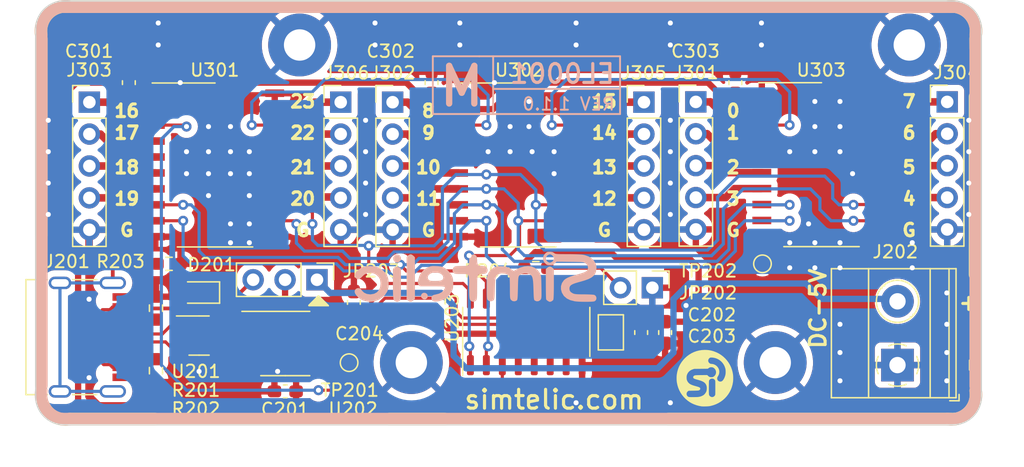
<source format=kicad_pcb>
(kicad_pcb (version 20221018) (generator pcbnew)
  (title_block (title "24-Channel USB Relay Driver") (date "2023-02-08") (rev "1.1.0") (company "simtelic.com") (comment 1 "https://gitlab.com/simtelic/el0001-24ch-usb-relay-driver") (comment 2 "EL0001"))
  (layers (0 "F.Cu" signal) (31 "B.Cu" signal) (34 "B.Paste" user) (35 "F.Paste" user) (36 "B.SilkS" user "B.Silkscreen") (37 "F.SilkS" user "F.Silkscreen") (38 "B.Mask" user) (39 "F.Mask" user) (44 "Edge.Cuts" user))
  (net 0 "")
  (net 1 "+5V")
  (net 2 "GND")
  (net 3 "Net-(U202-V3)")
  (net 4 "VBUS")
  (net 5 "Net-(D201-A)")
  (net 6 "Net-(J201-CC1)")
  (net 7 "Net-(J201-D+-PadA6)")
  (net 8 "Net-(J201-D--PadA7)")
  (net 10 "Net-(J201-CC2)")
  (net 12 "Net-(J201-SHIELD)")
  (net 13 "Net-(J202-Pin_2)")
  (net 14 "/output-stage/RLY0")
  (net 15 "/output-stage/RLY1")
  (net 16 "/output-stage/RLY2")
  (net 17 "/output-stage/RLY3")
  (net 18 "/output-stage/RLY8")
  (net 19 "/output-stage/RLY9")
  (net 20 "/output-stage/RLY10")
  (net 21 "/output-stage/RLY11")
  (net 22 "/output-stage/RLY16")
  (net 23 "/output-stage/RLY17")
  (net 24 "/output-stage/RLY18")
  (net 25 "/output-stage/RLY19")
  (net 26 "/output-stage/RLY4")
  (net 27 "/output-stage/RLY5")
  (net 28 "/output-stage/RLY6")
  (net 29 "/output-stage/RLY7")
  (net 30 "/output-stage/RLY12")
  (net 31 "/output-stage/RLY13")
  (net 32 "/output-stage/RLY14")
  (net 33 "/output-stage/RLY15")
  (net 34 "/output-stage/RLY20")
  (net 35 "/output-stage/RLY21")
  (net 36 "/output-stage/RLY22")
  (net 37 "/output-stage/RLY23")
  (net 38 "Net-(JP201-A)")
  (net 39 "Net-(JP202-B)")
  (net 40 "USB-D+")
  (net 41 "USB-D-")
  (net 43 "Net-(U202-TxD)")
  (net 44 "Net-(U202-RxD)")
  (net 45 "/output-stage/LATCH-CLK")
  (net 46 "/output-stage/OUT-ENABLE")
  (net 47 "/control-mod/SHIFT-DATA")
  (net 54 "/output-stage/RESET")
  (net 55 "/output-stage/SHIFT-CLK")
  (net 56 "Net-(U301-SEROUT)")
  (net 57 "Net-(U302-SEROUT)")
  (footprint "Capacitor_SMD:C_0603_1608Metric_Pad1.08x0.95mm_HandSolder" (layer "F.Cu") (at 139.319 94.0065 90)
    (fp_text reference "C204")
    (fp_text value "0.1MFD/16V")
  )
  (footprint "Capacitor_SMD:C_0603_1608Metric_Pad1.08x0.95mm_HandSolder" (layer "F.Cu") (at 169.672 76.5 90)
    (fp_text reference "C303")
    (fp_text value "0.1MFD/16V")
  )
  (footprint "MountingHole:MountingHole_2.5mm_Pad" (layer "F.Cu") (at 172.847 98.8)
    (fp_text reference "H103" hide)
    (fp_text value "M2.5")
  )
  (footprint "Resistor_SMD:R_0603_1608Metric_Pad0.98x0.95mm_HandSolder" (layer "F.Cu") (at 123.571 94.4645 -90)
    (fp_text reference "R201")
    (fp_text value "5.1K")
  )
  (footprint "Connector_PinHeader_2.54mm:PinHeader_1x05_P2.54mm_Vertical" (layer "F.Cu") (at 142.4 78.058)
    (fp_text reference "J302")
    (fp_text value "2.54mm  5-pin")
  )
  (footprint "Package_SO:SOP-8_3.9x4.9mm_P1.27mm" (layer "F.Cu") (at 133.858 97.282)
    (fp_text reference "U202")
    (fp_text value "CH340N")
  )
  (footprint "Connector_PinHeader_2.54mm:PinHeader_1x05_P2.54mm_Vertical" (layer "F.Cu") (at 118.27 78.058)
    (fp_text reference "J303")
    (fp_text value "2.54mm  5-pin")
  )
  (footprint "Package_SO:SO-20_12.8x7.5mm_P1.27mm" (layer "F.Cu") (at 152.4 83.058)
    (fp_text reference "U302")
    (fp_text value "TPIC6B595")
  )
  (footprint "Capacitor_SMD:C_0603_1608Metric_Pad1.08x0.95mm_HandSolder" (layer "F.Cu") (at 133.858 101.092 180)
    (fp_text reference "C201")
    (fp_text value "0.1MFD/16V")
  )
  (footprint "Connector_PinHeader_2.54mm:PinHeader_1x05_P2.54mm_Vertical" (layer "F.Cu") (at 162.4 78.058)
    (fp_text reference "J305")
    (fp_text value "2.54mm  5-pin")
  )
  (footprint "Connector_PinHeader_2.54mm:PinHeader_1x05_P2.54mm_Vertical" (layer "F.Cu") (at 138.27 78.058)
    (fp_text reference "J306")
    (fp_text value "2.54mm  5-pin")
  )
  (footprint "Diode_SMD:D_SOD-323" (layer "F.Cu") (at 127.133 93.218 180)
    (fp_text reference "D201")
    (fp_text value "BAT60A")
  )
  (footprint "Package_TO_SOT_SMD:SOT-23-6" (layer "F.Cu") (at 127 96.647)
    (fp_text reference "U201")
    (fp_text value "USBLC6-2SC6")
  )
  (footprint "Connector_PinHeader_2.54mm:PinHeader_1x05_P2.54mm_Vertical" (layer "F.Cu") (at 186.53 78.0338)
    (fp_text reference "J304")
    (fp_text value "2.54mm  5-pin")
  )
  (footprint "MountingHole:MountingHole_2.5mm_Pad" (layer "F.Cu") (at 183.515 73.5)
    (fp_text reference "H102" hide)
    (fp_text value "M2.5")
  )
  (footprint "MountingHole:MountingHole_2.5mm_Pad" (layer "F.Cu") (at 135 73.5)
    (fp_text reference "H104" hide)
    (fp_text value "M2.5")
  )
  (footprint "Package_SO:STC_SOP-16_3.9x9.9mm_P1.27mm" (layer "F.Cu") (at 153.035 96.356 90)
    (fp_text reference "U203")
    (fp_text value "STC15W204S")
  )
  (footprint "Resistor_SMD:R_0603_1608Metric_Pad0.98x0.95mm_HandSolder" (layer "F.Cu") (at 124.6105 90.932 180)
    (fp_text reference "R203")
    (fp_text value "150K")
  )
  (footprint "TestPoint:TestPoint_Pad_D1.0mm" (layer "F.Cu") (at 171.831 90.932)
    (fp_text reference "TP202")
    (fp_text value "SMD-TP")
  )
  (footprint "simtelic:simtelic-5" (layer "F.Cu") (at 167.25 100)
    (fp_text reference "LG101" hide)
    (fp_text value "LOGO" hide)
  )
  (footprint "Capacitor_SMD:C_0603_1608Metric_Pad1.08x0.95mm_HandSolder" (layer "F.Cu") (at 162.179 96.4068 -90)
    (fp_text reference "C202")
    (fp_text value "0.1MFD/16V")
  )
  (footprint "TerminalBlock_Phoenix:TerminalBlock_Phoenix_MKDS-1,5-2-5.08_1x02_P5.08mm_Horizontal" (layer "F.Cu") (at 182.575001 99 90)
    (fp_text reference "J202")
    (fp_text value "5mm Screw Terminal 2-pin")
  )
  (footprint "Resistor_SMD:R_0603_1608Metric_Pad0.98x0.95mm_HandSolder" (layer "F.Cu") (at 123.571 99.441 90)
    (fp_text reference "R202")
    (fp_text value "5.1K")
  )
  (footprint "TestPoint:TestPoint_Pad_D1.0mm" (layer "F.Cu") (at 138.938 98.806)
    (fp_text reference "TP201")
    (fp_text value "SMD-TP")
  )
  (footprint "Capacitor_SMD:C_0603_1608Metric_Pad1.08x0.95mm_HandSolder" (layer "F.Cu") (at 164.084 96.4068 -90)
    (fp_text reference "C203")
    (fp_text value "1MFD/16V")
  )
  (footprint "Jumper:SolderJumper-2_P1.3mm_Open_TrianglePad1.0x1.5mm" (layer "F.Cu") (at 159.766 96.393 90)
    (fp_text reference "JP201" hide)
    (fp_text value "SMD-Bridge")
  )
  (footprint "Connector_PinHeader_2.54mm:PinHeader_1x05_P2.54mm_Vertical" (layer "F.Cu") (at 166.53 78.0338)
    (fp_text reference "J301")
    (fp_text value "2.54mm  5-pin")
  )
  (footprint "Connector_PinHeader_2.54mm:PinHeader_1x02_P2.54mm_Vertical" (layer "F.Cu") (at 163.068 92.837 -90)
    (fp_text reference "JP202")
    (fp_text value "2.54mm 2-pin")
  )
  (footprint "Package_SO:SO-20_12.8x7.5mm_P1.27mm" (layer "F.Cu") (at 128.27 83.058)
    (fp_text reference "U301")
    (fp_text value "TPIC6B595")
  )
  (footprint "Resistor_SMD:R_0603_1608Metric_Pad0.98x0.95mm_HandSolder" (layer "F.Cu") (at 153.797 91.276)
    (fp_text reference "R204")
    (fp_text value "22K")
  )
  (footprint "Package_SO:SO-20_12.8x7.5mm_P1.27mm" (layer "F.Cu") (at 176.53 83.0338)
    (fp_text reference "U303")
    (fp_text value "TPIC6B595")
  )
  (footprint "Capacitor_SMD:C_0603_1608Metric_Pad1.08x0.95mm_HandSolder" (layer "F.Cu") (at 121.412 76.5 90)
    (fp_text reference "C301")
    (fp_text value "0.1MFD/16V")
  )
  (footprint "Connector_PinHeader_2.54mm:PinHeader_1x03_P2.54mm_Vertical" (layer "F.Cu") (at 136.383 92.202 -90)
    (fp_text reference "JP203")
    (fp_text value "2.54mm 3-pin")
  )
  (footprint "MountingHole:MountingHole_2.5mm_Pad" (layer "F.Cu") (at 143.891 98.8)
    (fp_text reference "H101" hide)
    (fp_text value "M2.5")
  )
  (footprint "Capacitor_SMD:C_0603_1608Metric_Pad1.08x0.95mm_HandSolder" (layer "F.Cu") (at 145.5 76.5 90)
    (fp_text reference "C302")
    (fp_text value "0.1MFD/16V")
  )
  (footprint "Connector_USB:USB_C_Receptacle_G-Switch_GT-USB-7010ASV" (layer "F.Cu") (at 117.007 96.774 -90)
    (fp_text reference "J201")
    (fp_text value "USB_C_Receptacle_USB2.0")
  )
  (footprint "simtelic:simtelic-name-5" (layer "B.Cu") (at 149 92 180)
    (fp_text reference "LG102" hide)
    (fp_text value "LOGO" hide)
  )
  (gr_arc (start 114.44099 72.69099) (mid 114.993086 70.993086) (end 116.69099 70.44099) (stroke (width 1)) (layer "B.SilkS"))
  (gr_arc (start 188.8 101.05) (mid 188.247907 102.747907) (end 186.55 103.3) (stroke (width 1)) (layer "B.SilkS"))
  (gr_line (start 150.4 74.4) (end 150.4 79) (stroke (width 0.15)) (layer "B.SilkS"))
  (gr_line (start 160.5 74.4) (end 160.5 79) (stroke (width 0.15)) (layer "B.SilkS"))
  (gr_line (start 160.5 77) (end 150.4 77) (stroke (width 0.15)) (layer "B.SilkS"))
  (gr_line (start 149.3 74.4) (end 160.5 74.4) (stroke (width 0.15)) (layer "B.SilkS"))
  (gr_line (start 116.25 70.45) (end 186.95 70.45) (stroke (width 1)) (layer "B.SilkS"))
  (gr_arc (start 116.697907 103.302093) (mid 115 102.75) (end 114.447907 101.052093) (stroke (width 1)) (layer "B.SilkS"))
  (gr_line (start 114.45 72.975) (end 114.45 100.65) (stroke (width 1)) (layer "B.SilkS"))
  (gr_line (start 160.5 79) (end 145.6 79) (stroke (width 0.15)) (layer "B.SilkS"))
  (gr_line (start 188.8 73) (end 188.8 100.675) (stroke (width 1)) (layer "B.SilkS"))
  (gr_arc (start 186.552096 70.447904) (mid 188.250003 70.999997) (end 188.802096 72.697904) (stroke (width 1)) (layer "B.SilkS"))
  (gr_line (start 145.6 79) (end 145.6 74.4) (stroke (width 0.15)) (layer "B.SilkS"))
  (gr_line (start 116.1 103.3) (end 186.8 103.3) (stroke (width 1)) (layer "B.SilkS"))
  (gr_line (start 145.6 74.4) (end 149.3 74.4) (stroke (width 0.15)) (layer "B.SilkS"))
  (gr_arc (start 188.795179 101.052093) (mid 188.243086 102.75) (end 186.545179 103.302093) (stroke (width 1)) (layer "F.SilkS"))
  (gr_line (start 142.15 103.3) (end 146.55 103.3) (stroke (width 1)) (layer "F.SilkS"))
  (gr_arc (start 114.44099 72.697904) (mid 114.993083 70.999997) (end 116.69099 70.447904) (stroke (width 1)) (layer "F.SilkS"))
  (gr_arc (start 186.552096 70.447907) (mid 188.250003 71) (end 188.802096 72.697907) (stroke (width 1)) (layer "F.SilkS"))
  (gr_line (start 188.75 91.8) (end 188.75 77.6) (stroke (width 1)) (layer "F.SilkS"))
  (gr_line (start 188.8 73.8) (end 188.793086 72.975) (stroke (width 1)) (layer "F.SilkS"))
  (gr_line (start 116.8 103.3) (end 123.5 103.3) (stroke (width 1)) (layer "F.SilkS"))
  (gr_line (start 116.293086 70.45) (end 186.993086 70.45) (stroke (width 1)) (layer "F.SilkS"))
  (gr_line (start 164.35 103.3) (end 187.143086 103.3) (stroke (width 1)) (layer "F.SilkS"))
  (gr_poly (pts (xy 137.25 94.25) (xy 135.75 94.25) (xy 136.5 93.5)) (stroke (width 0.15)) (fill solid) (layer "F.SilkS"))
  (gr_arc (start 116.693086 103.3) (mid 115.482672 103.120968) (end 114.65 102.25) (stroke (width 1)) (layer "F.SilkS"))
  (gr_line (start 114.443086 88.7) (end 114.443086 73) (stroke (width 1)) (layer "F.SilkS"))
  (gr_line (start 187 103.75) (end 116.25 103.75) (stroke (width 0.1)) (layer "Edge.Cuts"))
  (gr_line (start 116.25 70) (end 187 70) (stroke (width 0.1)) (layer "Edge.Cuts"))
  (gr_arc (start 187 70) (mid 188.59099 70.65901) (end 189.25 72.25) (stroke (width 0.1)) (layer "Edge.Cuts"))
  (gr_line (start 114 101.5) (end 114 72.25) (stroke (width 0.1)) (layer "Edge.Cuts"))
  (gr_arc (start 189.25 101.5) (mid 188.59099 103.09099) (end 187 103.75) (stroke (width 0.1)) (layer "Edge.Cuts"))
  (gr_line (start 189.25 72.25) (end 189.25 101.5) (stroke (width 0.1)) (layer "Edge.Cuts"))
  (gr_arc (start 114 72.25) (mid 114.65901 70.65901) (end 116.25 70) (stroke (width 0.1)) (layer "Edge.Cuts"))
  (gr_arc (start 116.25 103.75) (mid 114.65901 103.09099) (end 114 101.5) (stroke (width 0.1)) (layer "Edge.Cuts"))
  (gr_text "EL0001" (at 155.9 75.8) (layer "B.SilkS") (effects (font (size 1.5 1.5) (thickness 0.25)) (justify mirror)))
  (gr_text "REV 1.1.0" (at 156.4 78.2) (layer "B.SilkS") (effects (font (size 1 1)) (justify mirror)))
  (gr_text "M" (at 147.9 76.8) (layer "B.SilkS") (effects (font (size 3 3) (thickness 0.5)) (justify mirror)))
  (gr_text "G" (at 169.5 88.25) (layer "F.SilkS") (effects (font (size 1 1) (thickness 0.25))))
  (gr_text "G" (at 183.5 88.25) (layer "F.SilkS") (effects (font (size 1 1) (thickness 0.25))))
  (gr_text "6" (at 183.5 80.5) (layer "F.SilkS") (effects (font (size 1 1) (thickness 0.25))))
  (gr_text "17" (at 121.25 80.5) (layer "F.SilkS") (effects (font (size 1 1) (thickness 0.25))))
  (gr_text "21" (at 135.25 83.25) (layer "F.SilkS") (effects (font (size 1 1) (thickness 0.25))))
  (gr_text "8" (at 145.25 78.75) (layer "F.SilkS") (effects (font (size 1 1) (thickness 0.25))))
  (gr_text "10" (at 145.25 83.25) (layer "F.SilkS") (effects (font (size 1 1) (thickness 0.25))))
  (gr_text "23" (at 135.25 78) (layer "F.SilkS") (effects (font (size 1 1) (thickness 0.25))))
  (gr_text "0" (at 169.5 78.75) (layer "F.SilkS") (effects (font (size 1 1) (thickness 0.25))))
  (gr_text "G" (at 145.25 88.25) (layer "F.SilkS") (effects (font (size 1 1) (thickness 0.25))))
  (gr_text "4" (at 183.5 85.75) (layer "F.SilkS") (effects (font (size 1 1) (thickness 0.25))))
  (gr_text "14" (at 159.25 80.5) (layer "F.SilkS") (effects (font (size 1 1) (thickness 0.25))))
  (gr_text "3" (at 169.5 85.75) (layer "F.SilkS") (effects (font (size 1 1) (thickness 0.25))))
  (gr_text "13" (at 159.25 83.25) (layer "F.SilkS") (effects (font (size 1 1) (thickness 0.25))))
  (gr_text "G" (at 121.25 88.25) (layer "F.SilkS") (effects (font (size 1 1) (thickness 0.25))))
  (gr_text "9" (at 145.25 80.5) (layer "F.SilkS") (effects (font (size 1 1) (thickness 0.25))))
  (gr_text "G" (at 159.25 88.25) (layer "F.SilkS") (effects (font (size 1 1) (thickness 0.25))))
  (gr_text "-" (at 188.25 99 90) (layer "F.SilkS") (effects (font (size 1 1))))
  (gr_text "19" (at 121.25 85.75) (layer "F.SilkS") (effects (font (size 1 1) (thickness 0.25))))
  (gr_text "+" (at 188.25 94) (layer "F.SilkS") (effects (font (size 1.25 1.25) (thickness 0.25))))
  (gr_text "7" (at 183.5 78) (layer "F.SilkS") (effects (font (size 1 1) (thickness 0.25))))
  (gr_text "2" (at 169.5 83.25) (layer "F.SilkS") (effects (font (size 1 1) (thickness 0.25))))
  (gr_text "22" (at 135.25 80.5) (layer "F.SilkS") (effects (font (size 1 1) (thickness 0.25))))
  (gr_text "G" (at 135.25 88.25) (layer "F.SilkS") (effects (font (size 1 1) (thickness 0.25))))
  (gr_text "18" (at 121.25 83.25) (layer "F.SilkS") (effects (font (size 1 1) (thickness 0.25))))
  (gr_text "DC-5V" (at 176.25 94.5 90) (layer "F.SilkS") (effects (font (size 1.25 1.25) (thickness 0.25))))
  (gr_text "16" (at 121.25 78.75) (layer "F.SilkS") (effects (font (size 1 1) (thickness 0.25))))
  (gr_text "15" (at 159.25 78) (layer "F.SilkS") (effects (font (size 1 1) (thickness 0.25))))
  (gr_text "20" (at 135.25 85.75) (layer "F.SilkS") (effects (font (size 1 1) (thickness 0.25))))
  (gr_text "11" (at 145.25 85.75) (layer "F.SilkS") (effects (font (size 1 1) (thickness 0.25))))
  (gr_text "5" (at 183.5 83.25) (layer "F.SilkS") (effects (font (size 1 1) (thickness 0.25))))
  (gr_text "12" (at 159.25 85.75) (layer "F.SilkS") (effects (font (size 1 1) (thickness 0.25))))
  (gr_text "simtelic.com" (at 155.25 101.75) (layer "F.SilkS") (effects (font (size 1.5 1.5) (thickness 0.25))))
  (gr_text "1" (at 169.5 80.5) (layer "F.SilkS") (effects (font (size 1 1) (thickness 0.25))))
  (segment (start 166.75 91.25) (end 166.75 95) (width 0.5) (layer "F.Cu") (net 1))
  (segment (start 123.52 78.613) (end 125.887 78.613) (width 0.5) (layer "F.Cu") (net 1))
  (segment (start 136.387 99.091) (end 136.483 99.187) (width 0.3) (layer "F.Cu") (net 1))
  (segment (start 147.25 96.5) (end 157.754 96.5) (width 0.5) (layer "F.Cu") (net 1))
  (segment (start 152.8845 90.8655) (end 153.75 90) (width 0.5) (layer "F.Cu") (net 1))
  (segment (start 116.25 89.5) (end 116.25 89.25) (width 0.25) (layer "F.Cu") (net 1))
  (segment (start 152.75 76.5) (end 167.5 76.5) (width 0.5) (layer "F.Cu") (net 1))
  (segment (start 123.25 103) (end 118.5 103) (width 0.5) (layer "F.Cu") (net 1))
  (segment (start 162.179 95.5443) (end 159.8897 95.5443) (width 0.25) (layer "F.Cu") (net 1))
  (segment (start 123.52 78.613) (end 122.6625 78.613) (width 0.5) (layer "F.Cu") (net 1))
  (segment (start 147.65 78.613) (end 146.7505 78.613) (width 0.5) (layer "F.Cu") (net 1))
  (segment (start 138.557 99.187) (end 138.938 98.806) (width 0.5) (layer "F.Cu") (net 1))
  (segment (start 168.3625 77.3625) (end 169.672 77.3625) (width 0.5) (layer "F.Cu") (net 1))
  (segment (start 134.7205 101.092) (end 134.7205 99.7215) (width 0.5) (layer "F.Cu") (net 1))
  (segment (start 134.7205 99.7215) (end 135.255 99.187) (width 0.5) (layer "F.Cu") (net 1))
  (segment (start 123.75 102.5) (end 123.25 103) (width 0.5) (layer "F.Cu") (net 1))
  (segment (start 152.5 76.5) (end 152.75 76.5) (width 0.25) (layer "F.Cu") (net 1))
  (segment (start 117.25 76.5) (end 117.5 76.5) (width 0.25) (layer "F.Cu") (net 1))
  (segment (start 164.084 95.5443) (end 162.179 95.5443) (width 0.25) (layer "F.Cu") (net 1))
  (segment (start 171.78 78.5888) (end 170.8983 78.5888) (width 0.5) (layer "F.Cu") (net 1))
  (segment (start 152.8845 91.276) (end 152.8845 90.8655) (width 0.5) (layer "F.Cu") (net 1))
  (segment (start 166 90.5) (end 166.75 91.25) (width 0.5) (layer "F.Cu") (net 1))
  (segment (start 158.586 95.668) (end 159.766 95.668) (width 0.5) (layer "F.Cu") (net 1))
  (segment (start 122.6625 78.613) (end 121.412 77.3625) (width 0.5) (layer "F.Cu") (net 1))
  (segment (start 133.843 97.775) (end 135.159 99.091) (width 0.5) (layer "F.Cu") (net 1))
  (segment (start 116.25 77.5) (end 117.25 76.5) (width 0.5) (layer "F.Cu") (net 1))
  (segment (start 134.7205 101.7795) (end 134 102.5) (width 0.5) (layer "F.Cu") (net 1))
  (segment (start 134.7205 101.092) (end 134.7205 101.7795) (width 0.5) (layer "F.Cu") (net 1))
  (segment (start 146.127 95.377) (end 147.25 96.5) (width 0.5) (layer "F.Cu") (net 1))
  (segment (start 146.7505 78.613) (end 145.5 77.3625) (width 0.5) (layer "F.Cu") (net 1))
  (segment (start 144.3625 77.3625) (end 145.5 77.3625) (width 0.5) (layer "F.Cu") (net 1))
  (segment (start 117.5 76.5) (end 120.5495 76.5) (width 0.5) (layer "F.Cu") (net 1))
  (segment (start 163.9603 95.668) (end 164.084 95.5443) (width 0.5) (layer "F.Cu") (net 1))
  (segment (start 157.861 96.393) (end 155.067 96.393) (width 0.25) (layer "F.Cu") (net 1))
  (segment (start 135.255 99.187) (end 136.483 99.187) (width 0.5) (layer "F.Cu") (net 1))
  (segment (start 142.367 95.377) (end 146.127 95.377) (width 0.5) (layer "F.Cu") (net 1))
  (segment (start 135.159 99.091) (end 136.387 99.091) (width 0.3) (layer "F.Cu") (net 1))
  (segment (start 159.8897 95.5443) (end 159.766 95.668) (width 0.25) (layer "F.Cu") (net 1))
  (segment (start 166.75 95) (end 166.2057 95.5443) (width 0.5) (layer "F.Cu") (net 1))
  (segment (start 143.5 76.5) (end 144.25 77.25) (width 0.5) (layer "F.Cu") (net 1))
  (segment (start 166.2057 95.5443) (end 164.084 95.5443) (width 0.5) (layer "F.Cu") (net 1))
  (segment (start 134 102.5) (end 123.75 102.5) (width 0.5) (layer "F.Cu") (net 1))
  (segment (start 120.5495 76.5) (end 121.412 77.3625) (width 0.5) (layer "F.Cu") (net 1))
  (segment (start 157.754 96.5) (end 158.586 95.668) (width 0.5) (layer "F.Cu") (net 1))
  (segment (start 117.375 90.625) (end 116.25 89.5) (width 0.5) (layer "F.Cu") (net 1))
  (segment (start 125.887 78.613) (end 128 76.5) (width 0.5) (layer "F.Cu") (net 1))
  (segment (start 118.5 103) (end 117.375 101.875) (width 0.5) (layer "F.Cu") (net 1))
  (segment (start 159.766 95.668) (end 163.9603 95.668) (width 0.5) (layer "F.Cu") (net 1))
  (segment (start 118 102.5) (end 117.375 101.875) (width 0.25) (layer "F.Cu") (net 1))
  (segment (start 160.25 90.5) (end 166 90.5) (width 0.5) (layer "F.Cu") (net 1))
  (segment (start 135.159 99.091) (end 135.255 99.187) (width 0.3) (layer "F.Cu") (net 1))
  (segment (start 138.938 98.806) (end 142.367 95.377) (width 0.5) (layer "F.Cu") (net 1))
  (segment (start 117.375 101.875) (end 117.375 90.625) (width 0.5) (layer "F.Cu") (net 1))
  (segment (start 146.05 95.377) (end 142.367 95.377) (width 0.25) (layer "F.Cu") (net 1))
  (segment (start 150.387 78.613) (end 152.5 76.5) (width 0.5) (layer "F.Cu") (net 1))
  (segment (start 128 76.5) (end 143.5 76.5) (width 0.5) (layer "F.Cu") (net 1))
  (segment (start 158.586 95.668) (end 157.861 96.393) (width 0.25) (layer "F.Cu") (net 1))
  (segment (start 116.25 89.25) (end 116.25 77.5) (width 0.5) (layer "F.Cu") (net 1))
  (segment (start 136.483 99.187) (end 138.557 99.187) (width 0.5) (layer "F.Cu") (net 1))
  (segment (start 153.75 90) (end 159.75 90) (width 0.5) (layer "F.Cu") (net 1))
  (segment (start 144.25 77.25) (end 144.3625 77.3625) (width 0.25) (layer "F.Cu") (net 1))
  (segment (start 147.65 78.613) (end 150.387 78.613) (width 0.5) (layer "F.Cu") (net 1))
  (segment (start 133.843 92.202) (end 133.843 97.775) (width 0.5) (layer "F.Cu") (net 1))
  (segment (start 170.8983 78.5888) (end 169.672 77.3625) (width 0.5) (layer "F.Cu") (net 1))
  (segment (start 167.5 76.5) (end 168.3625 77.3625) (width 0.5) (layer "F.Cu") (net 1))
  (segment (start 159.75 90) (end 160.25 90.5) (width 0.5) (layer "F.Cu") (net 1))
  (segment (start 182.569 98.8) (end 182.575 98.806) (width 0.5) (layer "F.Cu") (net 2))
  (segment (start 162.4 88.9) (end 162.4 88.218) (width 0.25) (layer "F.Cu") (net 2))
  (segment (start 162.179 97.2693) (end 164.084 97.2693) (width 0.5) (layer "F.Cu") (net 2))
  (segment (start 118.27 88.218) (end 118.247 88.241) (width 0.6) (layer "F.Cu") (net 2))
  (segment (start 120.754 93.552) (end 120.732 93.574) (width 0.5) (layer "F.Cu") (net 2))
  (segment (start 166.5058 88.218) (end 166.53 88.1938) (width 0.6) (layer "F.Cu") (net 2))
  (segment (start 125.8625 96.647) (end 126.492 96.647) (width 0.25) (layer "F.Cu") (net 2))
  (segment (start 169.672 75.6375) (end 169.672 75.078) (width 0.25) (layer "F.Cu") (net 2))
  (segment (start 118.247 100.003) (end 118.247 101.497) (width 0.6) (layer "F.Cu") (net 2))
  (segment (start 118.247 88.241) (end 118.247 93.753) (width 0.6) (layer "F.Cu") (net 2))
  (segment (start 127 97.155) (end 127 99.5) (width 0.25) (layer "F.Cu") (net 2))
  (segment (start 123.571 100.3535) (end 123.571 101.321) (width 0.6) (layer "F.Cu") (net 2))
  (segment (start 171.78 90.881) (end 171.831 90.932) (width 0.5) (layer "F.Cu") (net 2))
  (segment (start 169.672 75.078) (end 169.75 75) (width 0.25) (layer "F.Cu") (net 2))
  (segment (start 145.5 75.6375) (end 145.5 75) (width 0.25) (layer "F.Cu") (net 2))
  (segment (start 123.571 93.552) (end 120.754 93.552) (width 0.5) (layer "F.Cu") (net 2))
  (segment (start 118.247 101.497) (end 119 102.25) (width 0.6) (layer "F.Cu") (net 2))
  (segment (start 122.75 102.25) (end 123.571 101.429) (width 0.6) (layer "F.Cu") (net 2))
  (segment (start 123.1915 99.974) (end 123.571 100.3535) (width 0.5) (layer "F.Cu") (net 2))
  (segment (start 119 102.25) (end 122.75 102.25) (width 0.6) (layer "F.Cu") (net 2))
  (segment (start 169.594 75) (end 169.75 75) (width 0.25) (layer "F.Cu") (net 2))
  (segment (start 126.492 96.647) (end 127 97.155) (width 0.25) (layer "F.Cu") (net 2))
  (segment (start 118.247 93.753) (end 118.247 100.003) (width 0.6) (layer "F.Cu") (net 2))
  (segment (start 123.571 101.321) (end 123.571 101.429) (width 0.25) (layer "F.Cu") (net 2))
  (segment (start 145.5 75.6375) (end 145.5 74.916) (width 0.25) (layer "F.Cu") (net 2))
  (segment (start 120.732 99.974) (end 123.1915 99.974) (width 0.5) (layer "F.Cu") (net 2))
  (segment (start 127 99.5) (end 127 99.568) (width 0.25) (layer "F.Cu") (net 2))
  (via (at 164.5 102) (size 0.8) (drill 0.4) (layers "F.Cu" "B.Cu") (net 2))
  (via (at 140.25 87) (size 0.8) (drill 0.4) (layers "F.Cu" "B.Cu") (net 2))
  (via (at 183.75 89.25) (size 0.8) (drill 0.4) (layers "F.Cu" "B.Cu") (net 2))
  (via (at 123.75 71.75) (size 0.8) (drill 0.4) (layers "F.Cu" "B.Cu") (net 2))
  (via (at 174 89.25) (size 0.8) (drill 0.4) (layers "F.Cu" "B.Cu") (net 2))
  (via (at 174 82) (size 0.8) (drill 0.4) (layers "F.Cu" "B.Cu") (net 2))
  (via (at 127.75 82) (size 0.8) (drill 0.4) (layers "F.Cu" "B.Cu") (net 2))
  (via (at 186.5 98) (size 0.8) (drill 0.4) (layers "F.Cu" "B.Cu") (net 2))
  (via (at 131 87.75) (size 0.8) (drill 0.4) (layers "F.Cu" "B.Cu") (net 2))
  (via (at 164.5 71.75) (size 0.8) (drill 0.4) (layers "F.Cu" "B.Cu") (net 2))
  (via (at 183.75 91.25) (size 0.8) (drill 0.4) (layers "F.Cu" "B.Cu") (net 2))
  (via (at 178 91.25) (size 0.8) (drill 0.4) (layers "F.Cu" "B.Cu") (net 2))
  (via (at 141 71.75) (size 0.8) (drill 0.4) (layers "F.Cu" "B.Cu") (net 2))
  (via (at 153.25 80) (size 0.8) (drill 0.4) (layers "F.Cu" "B.Cu") (net 2))
  (via (at 129.5 89.25) (size 0.8) (drill 0.4) (layers "F.Cu" "B.Cu") (net 2))
  (via (at 127.75 80) (size 0.8) (drill 0.4) (layers "F.Cu" "B.Cu") (net 2))
  (via (at 186.5 95.75) (size 0.8) (drill 0.4) (layers "F.Cu" "B.Cu") (net 2))
  (via (at 178 78) (size 0.8) (drill 0.4) (layers "F.Cu" "B.Cu") (net 2))
  (via (at 164.5 82) (size 0.8) (drill 0.4) (layers "F.Cu" "B.Cu") (net 2))
  (via (at 129.5 83.75) (size 0.8) (drill 0.4) (layers "F.Cu" "B.Cu") (net 2))
  (via (at 164.5 73.5) (size 0.8) (drill 0.4) (layers "F.Cu" "B.Cu") (net 2))
  (via (at 188.25 84.5) (size 0.8) (drill 0.4) (layers "F.Cu" "B.Cu") (net 2))
  (via (at 115 87) (size 0.8) (drill 0.4) (layers "F.Cu" "B.Cu") (net 2))
  (via (at 151.75 80) (size 0.8) (drill 0.4) (layers "F.Cu" "B.Cu") (net 2))
  (via (at 176 91.25) (size 0.8) (drill 0.4) (layers "F.Cu" "B.Cu") (net 2))
  (via (at 175.5 87.75) (size 0.8) (drill 0.4) (layers "F.Cu" "B.Cu") (net 2))
  (via (at 131 85.5) (size 0.8) (drill 0.4) (layers "F.Cu" "B.Cu") (net 2))
  (via (at 157 73.5) (size 0.8) (drill 0.4) (layers "F.Cu" "B.Cu") (net 2))
  (via (at 150.5 76.5) (size 0.8) (drill 0.4) (layers "F.Cu" "B.Cu") (net 2))
  (via (at 147.75 71.75) (size 0.8) (drill 0.4) (layers "F.Cu" "B.Cu") (net 2))
  (via (at 127 99.5) (size 0.8) (drill 0.4) (layers "F.Cu" "B.Cu") (net 2))
  (via (at 155.25 82) (size 0.8) (drill 0.4) (layers "F.Cu" "B.Cu") (net 2))
  (via (at 153.25 78) (size 0.8) (drill 0.4) (layers "F.Cu" "B.Cu") (net 2))
  (via (at 131 89.25) (size 0.8) (drill 0.4) (layers "F.Cu" "B.Cu") (net 2))
  (via (at 178 82) (size 0.8) (drill 0.4) (layers "F.Cu" "B.Cu") (net 2))
  (via (at 126 82) (size 0.8) (drill 0.4) (layers "F.Cu" "B.Cu") (net 2))
  (via (at 186.5 100.25) (size 0.8) (drill 0.4) (layers "F.Cu" "B.Cu") (net 2))
  (via (at 176 89.25) (size 0.8) (drill 0.4) (layers "F.Cu" "B.Cu") (net 2))
  (via (at 164.5 84.5) (size 0.8) (drill 0.4) (layers "F.Cu" "B.Cu") (net 2))
  (via (at 150 82) (size 0.8) (drill 0.4) (layers "F.Cu" "B.Cu") (net 2))
  (via (at 129.5 80) (size 0.8) (drill 0.4) (layers "F.Cu" "B.Cu") (net 2))
  (via (at 171.75 73.5) (size 0.8) (drill 0.4) (layers "F.Cu" "B.Cu") (net 2))
  (via (at 123.75 73.5) (size 0.8) (drill 0.4) (layers "F.Cu" "B.Cu") (net 2))
  (via (at 153.5 82) (size 0.8) (drill 0.4) (layers "F.Cu" "B.Cu") (net 2))
  (via (at 188.25 82) (size 0.8) (drill 0.4) (layers "F.Cu" "B.Cu") (net 2))
  (via (at 179 83.75) (size 0.8) (drill 0.4) (layers "F.Cu" "B.Cu") (net 2))
  (via (at 140.25 84.5) (size 0.8) (drill 0.4) (layers "F.Cu" "B.Cu") (net 2))
  (via (at 155.25 83.75) (size 0.8) (drill 0.4) (layers "F.Cu" "B.Cu") (net 2))
  (via (at 164.5 87) (size 0.8) (drill 0.4) (layers "F.Cu" "B.Cu") (net 2))
  (via (at 129.5 82) (size 0.8) (drill 0.4) (layers "F.Cu" "B.Cu") (net 2))
  (via (at 129.5 87.75) (size 0.8) (drill 0.4) (layers "F.Cu" "B.Cu") (net 2))
  (via (at 178 89.25) (size 0.8) (drill 0.4) (layers "F.Cu" "B.Cu") (net 2))
  (via (at 127.75 83.75) (size 0.8) (drill 0.4) (layers "F.Cu" "B.Cu") (net 2))
  (via (at 118.247 100.003) (size 0.8) (drill 0.4) (layers "F.Cu" "B.Cu") (net 2))
  (via (at 115 84.5) (size 0.8) (drill 0.4) (layers "F.Cu" "B.Cu") (net 2))
  (via (at 140.25 82) (size 0.8) (drill 0.4) (layers "F.Cu" "B.Cu") (net 2))
  (via (at 141 73.5) (size 0.8) (drill 0.4) (layers "F.Cu" "B.Cu") (net 2))
  (via (at 178 95.75) (size 0.8) (drill 0.4) (layers "F.Cu" "B.Cu") (net 2))
  (via (at 131 82) (size 0.8) (drill 0.4) (layers "F.Cu" "B.Cu") (net 2))
  (via (at 157 71.75) (size 0.8) (drill 0.4) (layers "F.Cu" "B.Cu") (net 2))
  (via (at 164.5 79.5) (size 0.8) (drill 0.4) (layers "F.Cu" "B.Cu") (net 2))
  (via (at 178 98) (size 0.8) (drill 0.4) (layers "F.Cu" "B.Cu") (net 2))
  (via (at 165.75 94.25) (size 0.8) (drill 0.4) (layers "F.Cu" "B.Cu") (net 2))
  (via (at 131 83.75) (size 0.8) (drill 0.4) (layers "F.Cu" "B.Cu") (net 2))
  (via (at 186.5 93.25) (size 0.8) (drill 0.4) (layers "F.Cu" "B.Cu") (net 2))
  (via (at 157 102) (size 0.8) (drill 0.4) (layers "F.Cu" "B.Cu") (net 2))
  (via (at 188.25 79.5) (size 0.8) (drill 0.4) (layers "F.Cu" "B.Cu") (net 2))
  (via (at 115 82) (size 0.8) (drill 0.4) (layers "F.Cu" "B.Cu") (net 2))
  (via (at 147.75 73.5) (size 0.8) (drill 0.4) (layers "F.Cu" "B.Cu") (net 2))
  (via (at 151.75 82) (size 0.8) (drill 0.4) (layers "F.Cu" "B.Cu") (net 2))
  (via (at 127.75 85.5) (size 0.8) (drill 0.4) (layers "F.Cu" "B.Cu") (net 2))
  (via (at 171.75 71.75) (size 0.8) (drill 0.4) (layers "F.Cu" "B.Cu") (net 2))
  (via (at 133.25 99.5) (size 0.8) (drill 0.4) (layers "F.Cu" "B.Cu") (net 2))
  (via (at 115 79.5) (size 0.8) (drill 0.4) (layers "F.Cu" "B.Cu") (net 2))
  (via (at 188.25 87) (size 0.8) (drill 0.4) (layers "F.Cu" "B.Cu") (net 2))
  (via (at 174 91.25) (size 0.8) (drill 0.4) (layers "F.Cu" "B.Cu") (net 2))
  (via (at 118.247 93.753) (size 0.8) (drill 0.4) (layers "F.Cu" "B.Cu") (net 2))
  (via (at 178 100.25) (size 0.8) (drill 0.4) (layers "F.Cu" "B.Cu") (net 2))
  (via (at 126 83.75) (size 0.8) (drill 0.4) (layers "F.Cu" "B.Cu") (net 2))
  (via (at 125.5 76.5) (size 0.8) (drill 0.4) (layers "F.Cu" "B.Cu") (net 2))
  (via (at 140.25 79.5) (size 0.8) (drill 0.4) (layers "F.Cu" "B.Cu") (net 2))
  (via (at 176 80) (size 0.8) (drill 0.4) (layers "F.Cu" "B.Cu") (net 2))
  (via (at 176 78) (size 0.8) (drill 0.4) (layers "F.Cu" "B.Cu") (net 2))
  (via (at 176 82) (size 0.8) (drill 0.4) (layers "F.Cu" "B.Cu") (net 2))
  (via (at 178 80) (size 0.8) (drill 0.4) (layers "F.Cu" "B.Cu") (net 2))
  (segment (start 145.591 100.5) (end 143.891 98.8) (width 0.25) (layer "B.Cu") (net 2))
  (segment (start 136.483 95.377) (end 138.811 95.377) (width 0.25) (layer "F.Cu") (net 3))
  (segment (start 138.811 95.377) (end 139.319 94.869) (width 0.25) (layer "F.Cu") (net 3))
  (segment (start 127 93.726) (end 127.508 93.218) (width 0.25) (layer "F.Cu") (net 4))
  (segment (start 128.1375 96.647) (end 127.381 96.647) (width 0.25) (layer "F.Cu") (net 4))
  (segment (start 127.381 96.647) (end 127 96.266) (width 0.25) (layer "F.Cu") (net 4))
  (segment (start 128.183 93.218) (end 130.287 93.218) (width 0.3) (layer "F.Cu") (net 4))
  (segment (start 130.287 93.218) (end 131.303 92.202) (width 0.3) (layer "F.Cu") (net 4))
  (segment (start 127 96.266) (end 127 93.726) (width 0.25) (layer "F.Cu") (net 4))
  (segment (start 127.508 93.218) (end 128.183 93.218) (width 0.25) (layer "F.Cu") (net 4))
  (segment (start 126.083 93.881) (end 125.476 94.488) (width 0.3) (layer "F.Cu") (net 5))
  (segment (start 119.90195 94.584001) (end 119.32205 94.584001) (width 0.25) (layer "F.Cu") (net 5))
  (segment (start 119.90195 98.963999) (end 120.111951 99.174) (width 0.25) (layer "F.Cu") (net 5))
  (segment (start 125.476 94.488) (end 122.428 94.488) (width 0.3) (layer "F.Cu") (net 5))
  (segment (start 119.32205 94.584001) (end 118.872 95.034051) (width 0.25) (layer "F.Cu") (net 5))
  (segment (start 120.111951 94.374) (end 119.90195 94.584001) (width 0.25) (layer "F.Cu") (net 5))
  (segment (start 118.872 95.034051) (end 118.872 98.425) (width 0.25) (layer "F.Cu") (net 5))
  (segment (start 122.314 94.374) (end 122.428 94.488) (width 0.3) (layer "F.Cu") (net 5))
  (segment (start 120.732 94.374) (end 120.111951 94.374) (width 0.25) (layer "F.Cu") (net 5))
  (segment (start 126.083 93.218) (end 126.083 93.881) (width 0.3) (layer "F.Cu") (net 5))
  (segment (start 119.410999 98.963999) (end 119.90195 98.963999) (width 0.25) (layer "F.Cu") (net 5))
  (segment (start 120.111951 99.174) (end 120.732 99.174) (width 0.25) (layer "F.Cu") (net 5))
  (segment (start 120.732 94.374) (end 122.314 94.374) (width 0.3) (layer "F.Cu") (net 5))
  (segment (start 118.872 98.425) (end 119.410999 98.963999) (width 0.25) (layer "F.Cu") (net 5))
  (segment (start 123.424 95.524) (end 123.571 95.377) (width 0.25) (layer "F.Cu") (net 6))
  (segment (start 120.732 95.524) (end 123.424 95.524) (width 0.25) (layer "F.Cu") (net 6))
  (segment (start 119.749 97.524) (end 120.732 97.524) (width 0.25) (layer "F.Cu") (net 7))
  (segment (start 119.38 96.956) (end 119.38 97.155) (width 0.25) (layer "F.Cu") (net 7))
  (segment (start 122.186 97.524) (end 122.555 97.155) (width 0.25) (layer "F.Cu") (net 7))
  (segment (start 124.841 97.663) (end 125.7965 97.663) (width 0.25) (layer "F.Cu") (net 7))
  (segment (start 122.555 97.155) (end 124.333 97.155) (width 0.25) (layer "F.Cu") (net 7))
  (segment (start 125.7965 97.663) (end 125.8625 97.597) (width 0.25) (layer "F.Cu") (net 7))
  (segment (start 124.333 97.155) (end 124.841 97.663) (width 0.25) (layer "F.Cu") (net 7))
  (segment (start 119.38 97.155) (end 119.749 97.524) (width 0.25) (layer "F.Cu") (net 7))
  (segment (start 120.732 97.524) (end 122.186 97.524) (width 0.25) (layer "F.Cu") (net 7))
  (segment (start 119.812 96.524) (end 119.38 96.956) (width 0.25) (layer "F.Cu") (net 7))
  (segment (start 120.732 96.524) (end 119.812 96.524) (width 0.25) (layer "F.Cu") (net 7))
  (segment (start 121.805 96.024) (end 122.174 96.393) (width 0.25) (layer "F.Cu") (net 8))
  (segment (start 121.797 97.024) (end 120.732 97.024) (width 0.25) (layer "F.Cu") (net 8))
  (segment (start 122.174 96.52) (end 124.079 96.52) (width 0.25) (layer "F.Cu") (net 8))
  (segment (start 124.902 95.697) (end 125.8625 95.697) (width 0.25) (layer "F.Cu") (net 8))
  (segment (start 122.174 96.52) (end 122.174 96.647) (width 0.25) (layer "F.Cu") (net 8))
  (segment (start 120.732 96.024) (end 121.805 96.024) (width 0.25) (layer "F.Cu") (net 8))
  (segment (start 124.079 96.52) (end 124.902 95.697) (width 0.25) (layer "F.Cu") (net 8))
  (segment (start 122.174 96.393) (end 122.174 96.52) (width 0.25) (layer "F.Cu") (net 8))
  (segment (start 122.174 96.647) (end 121.797 97.024) (width 0.25) (layer "F.Cu") (net 8))
  (segment (start 121.4805 98.5285) (end 121.476 98.524) (width 0.3) (layer "F.Cu") (net 10))
  (segment (start 123.571 98.5285) (end 121.4805 98.5285) (width 0.3) (layer "F.Cu") (net 10))
  (segment (start 123.5665 98.524) (end 123.571 98.5285) (width 0.25) (layer "F.Cu") (net 10))
  (segment (start 120.732 98.524) (end 122.976 98.524) (width 0.3) (layer "F.Cu") (net 10))
  (segment (start 122.976 98.524) (end 123.5665 98.524) (width 0.25) (layer "F.Cu") (net 10))
  (segment (start 120.132 91.368) (end 120.132 92.454) (width 0.3) (layer "F.Cu") (net 12))
  (segment (start 123.698 90.932) (end 120.568 90.932) (width 0.3) (layer "F.Cu") (net 12))
  (segment (start 120.568 90.932) (end 120.132 91.368) (width 0.3) (layer "F.Cu") (net 12))
  (segment (start 115.932 92.454) (end 120.132 92.454) (width 0.25) (layer "B.Cu") (net 12))
  (segment (start 115.932 92.454) (end 115.932 101.094) (width 0.25) (layer "B.Cu") (net 12))
  (segment (start 115.932 101.094) (end 120.132 101.094) (width 0.25) (layer "B.Cu") (net 12))
  (segment (start 176.524 93.726) (end 182.575 93.726) (width 0.5) (layer "B.Cu") (net 13))
  (segment (start 137.431 93.25) (end 137.5 93.25) (width 0.5) (layer "B.Cu") (net 13))
  (segment (start 175.298 92.5) (end 176.524 93.726) (width 0.5) (layer "B.Cu") (net 13))
  (segment (start 146.25 93.25) (end 147.25 94.25) (width 0.5) (layer "B.Cu") (net 13))
  (segment (start 147.25 98.25) (end 148.25 99.25) (width 0.5) (layer "B.Cu") (net 13))
  (segment (start 137.431 93.25) (end 146.25 93.25) (width 0.5) (layer "B.Cu") (net 13))
  (segment (start 163.5 99.25) (end 164.75 98) (width 0.5) (layer "B.Cu") (net 13))
  (segment (start 164.75 98) (end 164.75 93.75) (width 0.5) (layer "B.Cu") (net 13))
  (segment (start 166 92.5) (end 175.298 92.5) (width 0.5) (layer "B.Cu") (net 13))
  (segment (start 148.25 99.25) (end 163.5 99.25) (width 0.5) (layer "B.Cu") (net 13))
  (segment (start 182.575 93.726) (end 182.289 94.012) (width 0.25) (layer "B.Cu") (net 13))
  (segment (start 136.383 92.202) (end 137.431 93.25) (width 0.5) (layer "B.Cu") (net 13))
  (segment (start 146.25 93.25) (end 137.5 93.25) (width 0.25) (layer "B.Cu") (net 13))
  (segment (start 164.75 93.75) (end 166 92.5) (width 0.5) (layer "B.Cu") (net 13))
  (segment (start 147.25 94.25) (end 147.25 98.25) (width 0.5) (layer "B.Cu") (net 13))
  (segment (start 169.6478 81.1288) (end 168.402 79.883) (width 0.6) (layer "F.Cu") (net 14))
  (segment (start 171.78 81.1288) (end 169.6478 81.1288) (width 0.6) (layer "F.Cu") (net 14))
  (segment (start 168.402 79.883) (end 168.402 78.74) (width 0.6) (layer "F.Cu") (net 14))
  (segment (start 167.6958 78.0338) (end 166.53 78.0338) (width 0.6) (layer "F.Cu") (net 14))
  (segment (start 168.402 78.74) (end 167.6958 78.0338) (width 0.6) (layer "F.Cu") (net 14))
  (segment (start 169.2512 82.3988) (end 167.4262 80.5738) (width 0.6) (layer "F.Cu") (net 15))
  (segment (start 171.78 82.3988) (end 169.2512 82.3988) (width 0.6) (layer "F.Cu") (net 15))
  (segment (start 167.4262 80.5738) (end 166.53 80.5738) (width 0.6) (layer "F.Cu") (net 15))
  (segment (start 168.5262 83.1138) (end 166.53 83.1138) (width 0.6) (layer "F.Cu") (net 16))
  (segment (start 171.78 83.6688) (end 169.0812 83.6688) (width 0.6) (layer "F.Cu") (net 16))
  (segment (start 169.0812 83.6688) (end 168.5262 83.1138) (width 0.6) (layer "F.Cu") (net 16))
  (segment (start 171.78 84.9388) (end 169.6188 84.9388) (width 0.6) (layer "F.Cu") (net 17))
  (segment (start 168.9038 85.6538) (end 166.53 85.6538) (width 0.6) (layer "F.Cu") (net 17))
  (segment (start 169.6188 84.9388) (end 168.9038 85.6538) (width 0.6) (layer "F.Cu") (net 17))
  (segment (start 144.145 78.613) (end 143.59 78.058) (width 0.6) (layer "F.Cu") (net 18))
  (segment (start 147.65 81.153) (end 145.693 81.153) (width 0.6) (layer "F.Cu") (net 18))
  (segment (start 145.693 81.153) (end 144.145 79.605) (width 0.6) (layer "F.Cu") (net 18))
  (segment (start 143.59 78.058) (end 142.4 78.058) (width 0.6) (layer "F.Cu") (net 18))
  (segment (start 144.145 79.605) (end 144.145 78.613) (width 0.6) (layer "F.Cu") (net 18))
  (segment (start 145.415 82.423) (end 143.59 80.598) (width 0.6) (layer "F.Cu") (net 19))
  (segment (start 147.65 82.423) (end 145.415 82.423) (width 0.6) (layer "F.Cu") (net 19))
  (segment (start 143.59 80.598) (end 142.4 80.598) (width 0.6) (layer "F.Cu") (net 19))
  (segment (start 147.65 83.693) (end 145.167 83.693) (width 0.6) (layer "F.Cu") (net 20))
  (segment (start 145.167 83.693) (end 144.612 83.138) (width 0.6) (layer "F.Cu") (net 20))
  (segment (start 144.612 83.138) (end 142.4 83.138) (width 0.6) (layer "F.Cu") (net 20))
  (segment (start 145.287 84.963) (end 147.65 84.963) (width 0.6) (layer "F.Cu") (net 21))
  (segment (start 142.4 85.678) (end 144.572 85.678) (width 0.6) (layer "F.Cu") (net 21))
  (segment (start 144.572 85.678) (end 145.287 84.963) (width 0.6) (layer "F.Cu") (net 21))
  (segment (start 120.142 79.858) (end 120.142 78.486) (width 0.6) (layer "F.Cu") (net 22))
  (segment (start 120.142 78.486) (end 119.714 78.058) (width 0.6) (layer "F.Cu") (net 22))
  (segment (start 121.437 81.153) (end 120.142 79.858) (width 0.6) (layer "F.Cu") (net 22))
  (segment (start 119.714 78.058) (end 118.27 78.058) (width 0.6) (layer "F.Cu") (net 22))
  (segment (start 123.52 81.153) (end 121.437 81.153) (width 0.6) (layer "F.Cu") (net 22))
  (segment (start 123.52 82.423) (end 120.977 82.423) (width 0.6) (layer "F.Cu") (net 23))
  (segment (start 120.977 82.423) (end 119.152 80.598) (width 0.6) (layer "F.Cu") (net 23))
  (segment (start 119.152 80.598) (end 118.27 80.598) (width 0.6) (layer "F.Cu") (net 23))
  (segment (start 120.138 83.138) (end 118.27 83.138) (width 0.6) (layer "F.Cu") (net 24))
  (segment (start 123.52 83.693) (end 120.693 83.693) (width 0.6) (layer "F.Cu") (net 24))
  (segment (start 120.693 83.693) (end 120.138 83.138) (width 0.6) (layer "F.Cu") (net 24))
  (segment (start 120.072 85.678) (end 120.787 84.963) (width 0.6) (layer "F.Cu") (net 25))
  (segment (start 118.27 85.678) (end 120.072 85.678) (width 0.6) (layer "F.Cu") (net 25))
  (segment (start 120.787 84.963) (end 123.52 84.963) (width 0.6) (layer "F.Cu") (net 25))
  (segment (start 181.28 84.9388) (end 183.8718 84.9388) (width 0.6) (layer "F.Cu") (net 26))
  (segment (start 183.8718 84.9388) (end 184.5868 85.6538) (width 0.6) (layer "F.Cu") (net 26))
  (segment (start 184.5868 85.6538) (end 186.53 85.6538) (width 0.6) (layer "F.Cu") (net 26))
  (segment (start 184.8862 83.1138) (end 186.53 83.1138) (width 0.6) (layer "F.Cu") (net 27))
  (segment (start 181.28 83.6688) (end 184.3312 83.6688) (width 0.6) (layer "F.Cu") (net 27))
  (segment (start 184.3312 83.6688) (end 184.8862 83.1138) (width 0.6) (layer "F.Cu") (net 27))
  (segment (start 183.7932 82.3988) (end 181.28 82.3988) (width 0.6) (layer "F.Cu") (net 28))
  (segment (start 186.53 80.5738) (end 185.6182 80.5738) (width 0.6) (layer "F.Cu") (net 28))
  (segment (start 185.6182 80.5738) (end 183.7932 82.3988) (width 0.6) (layer "F.Cu") (net 28))
  (segment (start 186.53 78.0338) (end 184.6022 78.0338) (width 0.6) (layer "F.Cu") (net 29))
  (segment (start 183.896 78.74) (end 183.896 79.854) (width 0.6) (layer "F.Cu") (net 29))
  (segment (start 181.28 81.1288) (end 182.6212 81.1288) (width 0.6) (layer "F.Cu") (net 29))
  (segment (start 182.6212 81.1288) (end 183.896 79.854) (width 0.6) (layer "F.Cu") (net 29))
  (segment (start 184.6022 78.0338) (end 183.896 78.74) (width 0.6) (layer "F.Cu") (net 29))
  (segment (start 160.608 85.678) (end 162.4 85.678) (width 0.6) (layer "F.Cu") (net 30))
  (segment (start 157.15 84.963) (end 159.893 84.963) (width 0.6) (layer "F.Cu") (net 30))
  (segment (start 159.893 84.963) (end 160.608 85.678) (width 0.6) (layer "F.Cu") (net 30))
  (segment (start 160.388 83.138) (end 162.4 83.138) (width 0.6) (layer "F.Cu") (net 31))
  (segment (start 159.833 83.693) (end 160.388 83.138) (width 0.6) (layer "F.Cu") (net 31))
  (segment (start 157.15 83.693) (end 159.833 83.693) (width 0.6) (layer "F.Cu") (net 31))
  (segment (start 159.258 82.423) (end 161.083 80.598) (width 0.6) (layer "F.Cu") (net 32))
  (segment (start 157.15 82.423) (end 159.258 82.423) (width 0.6) (layer "F.Cu") (net 32))
  (segment (start 161.083 80.598) (end 162.4 80.598) (width 0.6) (layer "F.Cu") (net 32))
  (segment (start 159.766 79.984) (end 159.766 78.984) (width 0.6) (layer "F.Cu") (net 33))
  (segment (start 160.692 78.058) (end 162.4 78.058) (width 0.6) (layer "F.Cu") (net 33))
  (segment (start 158.597 81.153) (end 159.766 79.984) (width 0.6) (layer "F.Cu") (net 33))
  (segment (start 157.15 81.153) (end 158.597 81.153) (width 0.6) (layer "F.Cu") (net 33))
  (segment (start 159.766 78.984) (end 160.692 78.058) (width 0.6) (layer "F.Cu") (net 33))
  (segment (start 138.2 85.608) (end 138.27 85.678) (width 0.6) (layer "F.Cu") (net 34))
  (segment (start 135.589 85.608) (end 138.2 85.608) (width 0.6) (layer "F.Cu") (net 34))
  (segment (start 133.02 84.963) (end 134.944 84.963) (width 0.6) (layer "F.Cu") (net 34))
  (segment (start 134.944 84.963) (end 135.589 85.608) (width 0.6) (layer "F.Cu") (net 34))
  (segment (start 135.057 83.693) (end 135.612 83.138) (width 0.6) (layer "F.Cu") (net 35))
  (segment (start 135.612 83.138) (end 138.27 83.138) (width 0.6) (layer "F.Cu") (net 35))
  (segment (start 133.02 83.693) (end 135.057 83.693) (width 0.6) (layer "F.Cu") (net 35))
  (segment (start 133.02 82.423) (end 134.493 82.423) (width 0.6) (layer "F.Cu") (net 36))
  (segment (start 134.493 82.423) (end 136.318 80.598) (width 0.6) (layer "F.Cu") (net 36))
  (segment (start 136.318 80.598) (end 138.27 80.598) (width 0.6) (layer "F.Cu") (net 36))
  (segment (start 134.111 81.153) (end 135.382 79.882) (width 0.6) (layer "F.Cu") (net 37))
  (segment (start 133.02 81.153) (end 134.111 81.153) (width 0.6) (layer "F.Cu") (net 37))
  (segment (start 135.382 78.867) (end 136.191 78.058) (width 0.6) (layer "F.Cu") (net 37))
  (segment (start 135.382 79.882) (end 135.382 78.867) (width 0.6) (layer "F.Cu") (net 37))
  (segment (start 136.191 78.058) (end 138.27 78.058) (width 0.6) (layer "F.Cu") (net 37))
  (segment (start 154.94 98.06) (end 155.5 97.5) (width 0.5) (layer "F.Cu") (net 38))
  (segment (start 155.5 97.5) (end 159.384 97.5) (width 0.5) (layer "F.Cu") (net 38))
  (segment (start 159.384 97.5) (end 159.766 97.118) (width 0.5) (layer "F.Cu") (net 38))
  (segment (start 154.94 99.006) (end 154.94 98.06) (width 0.5) (layer "F.Cu") (net 38))
  (segment (start 154.94 91.5065) (end 154.7095 91.276) (width 0.25) (layer "F.Cu") (net 39))
  (segment (start 158.459 91.276) (end 158.967 91.276) (width 0.25) (layer "F.Cu") (net 39))
  (segment (start 158.967 91.276) (end 160.528 92.837) (width 0.25) (layer "F.Cu") (net 39))
  (segment (start 154.94 93.706) (end 154.94 91.5065) (width 0.25) (layer "F.Cu") (net 39))
  (segment (start 154.7095 91.276) (end 158.459 91.276) (width 0.25) (layer "F.Cu") (net 39))
  (segment (start 128.1375 97.597) (end 128.1375 98.4195) (width 0.25) (layer "F.Cu") (net 40))
  (segment (start 131.121 95.377) (end 131.171 95.377) (width 0.25) (layer "F.Cu") (net 40))
  (segment (start 131.171 95.377) (end 131.233 95.377) (width 0.25) (layer "F.Cu") (net 40))
  (segment (start 130.048 95.377) (end 131.233 95.377) (width 0.25) (layer "F.Cu") (net 40))
  (segment (start 129.384093 97.288094) (end 129.384094 97.288094) (width 0.25) (layer "F.Cu") (net 40))
  (segment (start 129.667 96.971) (end 129.667 95.758) (width 0.25) (layer "F.Cu") (net 40))
  (segment (start 129.667 95.758) (end 130.048 95.377) (width 0.25) (layer "F.Cu") (net 40))
  (segment (start 129.384094 97.888094) (end 129.384093 97.888094) (width 0.25) (layer "F.Cu") (net 40))
  (segment (start 128.397 98.679) (end 129.159 98.679) (width 0.25) (layer "F.Cu") (net 40))
  (segment (start 129.159 98.679) (end 129.667 98.171) (width 0.25) (layer "F.Cu") (net 40))
  (segment (start 129.667 97.005188) (end 129.667 96.971) (width 0.25) (layer "F.Cu") (net 40))
  (segment (start 128.1375 98.4195) (end 128.397 98.679) (width 0.25) (layer "F.Cu") (net 40))
  (segment (start 129.101187 97.605188) (end 129.101187 97.571) (width 0.25) (layer "F.Cu") (net 40))
  (arc (start 129.667 98.171) (mid 129.584139 97.970955) (end 129.384094 97.888094) (width 0.25) (layer "F.Cu") (net 40))
  (arc (start 129.384094 97.288094) (mid 129.584139 97.205233) (end 129.667 97.005188) (width 0.25) (layer "F.Cu") (net 40))
  (arc (start 129.384093 97.888094) (mid 129.184048 97.805233) (end 129.101187 97.605188) (width 0.25) (layer "F.Cu") (net 40))
  (arc (start 129.101187 97.571) (mid 129.184048 97.370955) (end 129.384093 97.288094) (width 0.25) (layer "F.Cu") (net 40))
  (segment (start 132.08 94.488) (end 132.461 94.869) (width 0.25) (layer "F.Cu") (net 41))
  (segment (start 129.794 94.488) (end 132.08 94.488) (width 0.25) (layer "F.Cu") (net 41))
  (segment (start 128.585 95.697) (end 129.794 94.488) (width 0.25) (layer "F.Cu") (net 41))
  (segment (start 132.461 95.885) (end 131.699 96.647) (width 0.25) (layer "F.Cu") (net 41))
  (segment (start 128.1375 95.697) (end 128.585 95.697) (width 0.25) (layer "F.Cu") (net 41))
  (segment (start 131.699 96.647) (end 131.233 96.647) (width 0.25) (layer "F.Cu") (net 41))
  (segment (start 132.461 94.869) (end 132.461 95.885) (width 0.25) (layer "F.Cu") (net 41))
  (segment (start 139.827698 96.773302) (end 141.2295 95.3715) (width 0.25) (layer "F.Cu") (net 43))
  (segment (start 141.2295 95.3715) (end 141.2295 94.2285) (width 0.25) (layer "F.Cu") (net 43))
  (segment (start 138.937302 96.774698) (end 137.795 97.917) (width 0.25) (layer "F.Cu") (net 43))
  (segment (start 146.627 93.668) (end 146.997 94.038) (width 0.25) (layer "F.Cu") (net 43))
  (segment (start 141.79 93.668) (end 146.627 93.668) (width 0.25) (layer "F.Cu") (net 43))
  (segment (start 156.845 95.758) (end 157.48 95.123) (width 0.25) (layer "F.Cu") (net 43))
  (segment (start 139.827698 96.774698) (end 138.937302 96.774698) (width 0.25) (layer "F.Cu") (net 43))
  (segment (start 146.997 94.996) (end 147.759 95.758) (width 0.25) (layer "F.Cu") (net 43))
  (segment (start 136.483 97.917) (end 137.795 97.917) (width 0.25) (layer "F.Cu") (net 43))
  (segment (start 157.48 95.123) (end 157.48 93.706) (width 0.25) (layer "F.Cu") (net 43))
  (segment (start 141.2295 94.2285) (end 141.79 93.668) (width 0.25) (layer "F.Cu") (net 43))
  (segment (start 146.997 94.038) (end 146.997 94.996) (width 0.25) (layer "F.Cu") (net 43))
  (segment (start 147.759 95.758) (end 156.845 95.758) (width 0.25) (layer "F.Cu") (net 43))
  (segment (start 139.827698 96.774698) (end 139.827698 96.773302) (width 0.25) (layer "F.Cu") (net 43))
  (segment (start 147.447 93.726) (end 146.939 93.218) (width 0.25) (layer "F.Cu") (net 44))
  (segment (start 140.6525 94.0435) (end 140.6525 95.1865) (width 0.25) (layer "F.Cu") (net 44))
  (segment (start 147.447 94.742) (end 147.447 93.726) (width 0.25) (layer "F.Cu") (net 44))
  (segment (start 139.7 96.139) (end 138.049 96.139) (width 0.25) (layer "F.Cu") (net 44))
  (segment (start 155.702 95.25) (end 147.955 95.25) (width 0.25) (layer "F.Cu") (net 44))
  (segment (start 156.21 93.706) (end 156.21 94.742) (width 0.25) (layer "F.Cu") (net 44))
  (segment (start 147.955 95.25) (end 147.447 94.742) (width 0.25) (layer "F.Cu") (net 44))
  (segment (start 137.541 96.647) (end 136.483 96.647) (width 0.25) (layer "F.Cu") (net 44))
  (segment (start 156.21 94.742) (end 155.702 95.25) (width 0.25) (layer "F.Cu") (net 44))
  (segment (start 141.478 93.218) (end 140.6525 94.0435) (width 0.25) (layer "F.Cu") (net 44))
  (segment (start 140.6525 95.1865) (end 139.7 96.139) (width 0.25) (layer "F.Cu") (net 44))
  (segment (start 146.939 93.218) (end 141.478 93.218) (width 0.25) (layer "F.Cu") (net 44))
  (segment (start 138.049 96.139) (end 137.541 96.647) (width 0.25) (layer "F.Cu") (net 44))
  (segment (start 152.5 89.5) (end 152.5 87.603) (width 0.25) (layer "F.Cu") (net 45))
  (segment (start 148.487701 90.2755) (end 151.7245 90.2755) (width 0.25) (layer "F.Cu") (net 45))
  (segment (start 181.2558 87.503) (end 181.28 87.4788) (width 0.25) (layer "F.Cu") (net 45))
  (segment (start 157.15 87.503) (end 152.4 87.503) (width 0.25) (layer "F.Cu") (net 45))
  (segment (start 179.07 87.503) (end 181.2558 87.503) (width 0.25) (layer "F.Cu") (net 45))
  (segment (start 148.59 97.59) (end 148.5 97.5) (width 0.25) (layer "F.Cu") (net 45))
  (segment (start 148.59 99.006) (end 148.59 97.59) (width 0.25) (layer "F.Cu") (net 45))
  (segment (start 151.7245 90.2755) (end 152.5 89.5) (width 0.25) (layer "F.Cu") (net 45))
  (segment (start 152.5 87.603) (end 152.4 87.503) (width 0.25) (layer "F.Cu") (net 45))
  (segment (start 133.02 87.503) (end 134.493 87.503) (width 0.25) (layer "F.Cu") (net 45))
  (segment (start 134.493 87.503) (end 134.747 87.757) (width 0.25) (layer "F.Cu") (net 45))
  (via (at 134.747 87.757) (size 0.8) (drill 0.4) (layers "F.Cu" "B.Cu") (net 45))
  (via (at 179.07 87.503) (size 0.8) (drill 0.4) (layers "F.Cu" "B.Cu") (net 45))
  (via (at 152.4 87.503) (size 0.8) (drill 0.4) (layers "F.Cu" "B.Cu") (net 45))
  (via (at 148.487701 90.2755) (size 0.8) (drill 0.4) (layers "F.Cu" "B.Cu") (net 45))
  (via (at 148.5 97.5) (size 0.8) (drill 0.4) (layers "F.Cu" "B.Cu") (net 45))
  (via (at 149.86 84.963) (size 0.8) (drill 0.4) (layers "F.Cu" "B.Cu") (net 45))
  (segment (start 139 90.5) (end 142 90.5) (width 0.25) (layer "B.Cu") (net 45))
  (segment (start 147.955 84.963) (end 149.86 84.963) (width 0.25) (layer "B.Cu") (net 45))
  (segment (start 167.778 90.286) (end 152.897 90.286) (width 0.25) (layer "B.Cu") (net 45))
  (segment (start 152.897 90.286) (end 152.4 89.789) (width 0.25) (layer "B.Cu") (net 45))
  (segment (start 176.403 86.614) (end 176.403 85.725) (width 0.25) (layer "B.Cu") (net 45))
  (segment (start 146.812 86.106) (end 147.955 84.963) (width 0.25) (layer "B.Cu") (net 45))
  (segment (start 134.747 87.757) (end 134.747 89.281) (width 0.25) (layer "B.Cu") (net 45))
  (segment (start 146.812 89.152604) (end 146.812 86.106) (width 0.25) (layer "B.Cu") (net 45))
  (segment (start 134.747 89.281) (end 135.382 89.916) (width 0.25) (layer "B.Cu") (net 45))
  (segment (start 179.07 87.503) (end 177.292 87.503) (width 0.25) (layer "B.Cu") (net 45))
  (segment (start 148.5 97.5) (end 148.5 90.287799) (width 0.25) (layer "B.Cu") (net 45))
  (segment (start 152.4 89.789) (end 152.4 87.503) (width 0.25) (layer "B.Cu") (net 45))
  (segment (start 138.416 89.916) (end 139 90.5) (width 0.25) (layer "B.Cu") (net 45))
  (segment (start 135.382 89.916) (end 138.416 89.916) (width 0.25) (layer "B.Cu") (net 45))
  (segment (start 142.517698 89.982302) (end 145.982302 89.982302) (width 0.25) (layer "B.Cu") (net 45))
  (segment (start 148.5 90.287799) (end 148.487701 90.2755) (width 0.25) (layer "B.Cu") (net 45))
  (segment (start 151.257 84.963) (end 149.86 84.963) (width 0.25) (layer "B.Cu") (net 45))
  (segment (start 168.714 89.35) (end 167.778 90.286) (width 0.25) (layer "B.Cu") (net 45))
  (segment (start 177.292 87.503) (end 176.403 86.614) (width 0.25) (layer "B.Cu") (net 45))
  (segment (start 152.4 87.503) (end 152.4 86.106) (width 0.25) (layer "B.Cu") (net 45))
  (segment (start 168.714 86.556) (end 168.714 89.35) (width 0.25) (layer "B.Cu") (net 45))
  (segment (start 145.982302 89.982302) (end 146.812 89.152604) (width 0.25) (layer "B.Cu") (net 45))
  (segment (start 142 90.5) (end 142.517698 89.982302) (width 0.25) (layer "B.Cu") (net 45))
  (segment (start 176.403 85.725) (end 175.641 84.963) (width 0.25) (layer "B.Cu") (net 45))
  (segment (start 175.641 84.963) (end 170.307 84.963) (width 0.25) (layer "B.Cu") (net 45))
  (segment (start 152.4 86.106) (end 151.257 84.963) (width 0.25) (layer "B.Cu") (net 45))
  (segment (start 170.307 84.963) (end 168.714 86.556) (width 0.25) (layer "B.Cu") (net 45))
  (segment (start 149.86 97.64) (end 150 97.5) (width 0.25) (layer "F.Cu") (net 46))
  (segment (start 149.86 99.006) (end 149.86 97.64) (width 0.25) (layer "F.Cu") (net 46))
  (segment (start 147.65 87.503) (end 149.86 87.503) (width 0.25) (layer "F.Cu") (net 46))
  (segment (start 171.8042 87.503) (end 171.78 87.4788) (width 0.25) (layer "F.Cu") (net 46))
  (segment (start 123.52 87.503) (end 125.73 87.503) (width 0.25) (layer "F.Cu") (net 46))
  (segment (start 173.99 87.503) (end 171.8042 87.503) (width 0.25) (layer "F.Cu") (net 46))
  (via (at 125.73 87.503) (size 0.8) (drill 0.4) (layers "F.Cu" "B.Cu") (net 46))
  (via (at 149.86 87.503) (size 0.8) (drill 0.4) (layers "F.Cu" "B.Cu") (net 46))
  (via (at 150 97.5) (size 0.8) (drill 0.4) (layers "F.Cu" "B.Cu") (net 46))
  (via (at 173.99 87.503) (size 0.8) (drill 0.4) (layers "F.Cu" "B.Cu") (net 46))
  (segment (start 170.434 87.503) (end 169.672 88.265) (width 0.25) (layer "B.Cu") (net 46))
  (segment (start 150.749 91.186) (end 149.86 90.297) (width 0.25) (layer "B.Cu") (net 46))
  (segment (start 147.828 89.535) (end 147.828 88.265) (width 0.25) (layer "B.Cu") (net 46))
  (segment (start 169.672 89.916) (end 168.402 91.186) (width 0.25) (layer "B.Cu") (net 46))
  (segment (start 137.932 90.932) (end 138.5 91.5) (width 0.25) (layer "B.Cu") (net 46))
  (segment (start 143.75 92) (end 144.6935 91.0565) (width 0.25) (layer "B.Cu") (net 46))
  (segment (start 146.3065 91.0565) (end 147.828 89.535) (width 0.25) (layer "B.Cu") (net 46))
  (segment (start 169.672 88.265) (end 169.672 89.916) (width 0.25) (layer "B.Cu") (net 46))
  (segment (start 126.365 90.932) (end 137.932 90.932) (width 0.25) (layer "B.Cu") (net 46))
  (segment (start 142.5 92) (end 143.75 92) (width 0.25) (layer "B.Cu") (net 46))
  (segment (start 149.86 90.297) (end 149.86 87.503) (width 0.25) (layer "B.Cu") (net 46))
  (segment (start 144.6935 91.0565) (end 146.3065 91.0565) (width 0.25) (layer "B.Cu") (net 46))
  (segment (start 150 91.935) (end 150.749 91.186) (width 0.25) (layer "B.Cu") (net 46))
  (segment (start 125.73 90.297) (end 126.365 90.932) (width 0.25) (layer "B.Cu") (net 46))
  (segment (start 147.828 88.265) (end 148.59 87.503) (width 0.25) (layer "B.Cu") (net 46))
  (segment (start 125.73 87.503) (end 125.73 90.297) (width 0.25) (layer "B.Cu") (net 46))
  (segment (start 148.59 87.503) (end 149.86 87.503) (width 0.25) (layer "B.Cu") (net 46))
  (segment (start 173.99 87.503) (end 170.434 87.503) (width 0.25) (layer "B.Cu") (net 46))
  (segment (start 168.402 91.186) (end 150.749 91.186) (width 0.25) (layer "B.Cu") (net 46))
  (segment (start 150 97.5) (end 150 91.935) (width 0.25) (layer "B.Cu") (net 46))
  (segment (start 138.5 91.5) (end 142 91.5) (width 0.25) (layer "B.Cu") (net 46))
  (segment (start 142 91.5) (end 142.5 92) (width 0.25) (layer "B.Cu") (net 46))
  (segment (start 141.5 102) (end 140.5 101) (width 0.25) (layer "F.Cu") (net 47))
  (segment (start 126 80) (end 125.883 79.883) (width 0.25) (layer "F.Cu") (net 47))
  (segment (start 151.13 100.87) (end 150 102) (width 0.25) (layer "F.Cu") (net 47))
  (segment (start 151.13 99.006) (end 151.13 100.87) (width 0.25) (layer "F.Cu") (net 47))
  (segment (start 140.5 101) (end 136.5 101) (width 0.25) (layer "F.Cu") (net 47))
  (segment (start 125.883 79.883) (end 123.52 79.883) (width 0.25) (layer "F.Cu") (net 47))
  (segment (start 150 102) (end 141.5 102) (width 0.25) (layer "F.Cu") (net 47))
  (via (at 126 80) (size 0.8) (drill 0.4) (layers "F.Cu" "B.Cu") (net 47))
  (via (at 136.5 101) (size 0.8) (drill 0.4) (layers "F.Cu" "B.Cu") (net 47))
  (segment (start 124 81) (end 125 80) (width 0.25) (layer "B.Cu") (net 47))
  (segment (start 124 99) (end 124 81) (width 0.25) (layer "B.Cu") (net 47))
  (segment (start 124.5 99.5) (end 124 99) (width 0.25) (layer "B.Cu") (net 47))
  (segment (start 125 80) (end 126 80) (width 0.25) (layer "B.Cu") (net 47))
  (segment (start 136.5 101) (end 126 101) (width 0.25) (layer "B.Cu") (net 47))
  (segment (start 126 101) (end 124.5 99.5) (width 0.25) (layer "B.Cu") (net 47))
  (segment (start 123.52 86.233) (end 125.73 86.233) (width 0.25) (layer "F.Cu") (net 54))
  (segment (start 143.5 91.5) (end 149 91.5) (width 0.25) (layer "F.Cu") (net 54))
  (segment (start 173.99 86.233) (end 171.8042 86.233) (width 0.25) (layer "F.Cu") (net 54))
  (segment (start 147.65 86.233) (end 149.86 86.233) (width 0.25) (layer "F.Cu") (net 54))
  (segment (start 149 91.5) (end 149.86 92.36) (width 0.25) (layer "F.Cu") (net 54))
  (segment (start 143 91) (end 143.5 91.5) (width 0.25) (layer "F.Cu") (net 54))
  (segment (start 149.86 92.36) (end 149.86 93.706) (width 0.25) (layer "F.Cu") (net 54))
  (segment (start 171.8042 86.233) (end 171.78 86.2088) (width 0.25) (layer "F.Cu") (net 54))
  (via (at 149.86 86.233) (size 0.8) (drill 0.4) (layers "F.Cu" "B.Cu") (net 54))
  (via (at 125.73 86.233) (size 0.8) (drill 0.4) (layers "F.Cu" "B.Cu") (net 54))
  (via (at 143 91) (size 0.8) (drill 0.4) (layers "F.Cu" "B.Cu") (net 54))
  (via (at 173.99 86.233) (size 0.8) (drill 0.4) (layers "F.Cu" "B.Cu") (net 54))
  (segment (start 144 91) (end 144.5 90.5) (width 0.25) (layer "B.Cu") (net 54))
  (segment (start 168.215604 90.736) (end 152.077 90.736) (width 0.25) (layer "B.Cu") (net 54))
  (segment (start 148.017 86.233) (end 149.86 86.233) (width 0.25) (layer "B.Cu") (net 54))
  (segment (start 127 86.868) (end 127 89.916) (width 0.25) (layer "B.Cu") (net 54))
  (segment (start 151.13 89.789) (end 151.13 86.868) (width 0.25) (layer "B.Cu") (net 54))
  (segment (start 127.508 90.424) (end 138.060396 90.424) (width 0.25) (layer "B.Cu") (net 54))
  (segment (start 143 91) (end 144 91) (width 0.25) (layer "B.Cu") (net 54))
  (segment (start 173.99 86.233) (end 170.434 86.233) (width 0.25) (layer "B.Cu") (net 54))
  (segment (start 169.164 87.503) (end 169.164 89.787604) (width 0.25) (layer "B.Cu") (net 54))
  (segment (start 138.060396 90.424) (end 138.636396 91) (width 0.25) (layer "B.Cu") (net 54))
  (segment (start 138.636396 91) (end 143 91) (width 0.25) (layer "B.Cu") (net 54))
  (segment (start 170.434 86.233) (end 169.164 87.503) (width 0.25) (layer "B.Cu") (net 54))
  (segment (start 127 89.916) (end 127.508 90.424) (width 0.25) (layer "B.Cu") (net 54))
  (segment (start 152.077 90.736) (end 151.13 89.789) (width 0.25) (layer "B.Cu") (net 54))
  (segment (start 126.365 86.233) (end 127 86.868) (width 0.25) (layer "B.Cu") (net 54))
  (segment (start 144.5 90.5) (end 146.101 90.5) (width 0.25) (layer "B.Cu") (net 54))
  (segment (start 146.101 90.5) (end 147.262 89.339) (width 0.25) (layer "B.Cu") (net 54))
  (segment (start 169.164 89.787604) (end 168.215604 90.736) (width 0.25) (layer "B.Cu") (net 54))
  (segment (start 147.32 86.93) (end 148.017 86.233) (width 0.25) (layer "B.Cu") (net 54))
  (segment (start 125.73 86.233) (end 126.365 86.233) (width 0.25) (layer "B.Cu") (net 54))
  (segment (start 151.13 86.868) (end 150.495 86.233) (width 0.25) (layer "B.Cu") (net 54))
  (segment (start 150.495 86.233) (end 149.86 86.233) (width 0.25) (layer "B.Cu") (net 54))
  (segment (start 147.32 89.281) (end 147.32 86.93) (width 0.25) (layer "B.Cu") (net 54))
  (segment (start 136.017 86.868) (end 136.017 87.757) (width 0.25) (layer "F.Cu") (net 55))
  (segment (start 157.15 86.233) (end 153.797 86.233) (width 0.25) (layer "F.Cu") (net 55))
  (segment (start 135.382 86.233) (end 136.017 86.868) (width 0.25) (layer "F.Cu") (net 55))
  (segment (start 148.59 93.706) (end 148.59 93.09) (width 0.25) (layer "F.Cu") (net 55))
  (segment (start 181.28 86.2088) (end 179.0942 86.2088) (width 0.25) (layer "F.Cu") (net 55))
  (segment (start 148 92.5) (end 142 92.5) (width 0.25) (layer "F.Cu") (net 55))
  (segment (start 148.59 93.09) (end 148 92.5) (width 0.25) (layer "F.Cu") (net 55))
  (segment (start 140.5 91) (end 140.5 89.5) (width 0.25) (layer "F.Cu") (net 55))
  (segment (start 142 92.5) (end 140.5 91) (width 0.25) (layer "F.Cu") (net 55))
  (segment (start 133.02 86.233) (end 135.382 86.233) (width 0.25) (layer "F.Cu") (net 55))
  (segment (start 179.0942 86.2088) (end 179.07 86.233) (width 0.25) (layer "F.Cu") (net 55))
  (via (at 140.5 89.5) (size 0.8) (drill 0.4) (layers "F.Cu" "B.Cu") (net 55))
  (via (at 179.07 86.233) (size 0.8) (drill 0.4) (layers "F.Cu" "B.Cu") (net 55))
  (via (at 136.017 87.757) (size 0.8) (drill 0.4) (layers "F.Cu" "B.Cu") (net 55))
  (via (at 153.797 86.233) (size 0.8) (drill 0.4) (layers "F.Cu" "B.Cu") (net 55))
  (via (at 149.86 83.82) (size 0.8) (drill 0.4) (layers "F.Cu" "B.Cu") (net 55))
  (segment (start 169.926 83.947) (end 168.264 85.609) (width 0.25) (layer "B.Cu") (net 55))
  (segment (start 147.447 83.82) (end 149.86 83.82) (width 0.25) (layer "B.Cu") (net 55))
  (segment (start 154.479 89.836) (end 153.797 89.154) (width 0.25) (layer "B.Cu") (net 55))
  (segment (start 136.017 89.027) (end 136.456 89.466) (width 0.25) (layer "B.Cu") (net 55))
  (segment (start 177.927 86.233) (end 177.419 85.725) (width 0.25) (layer "B.Cu") (net 55))
  (segment (start 136.017 87.757) (end 136.017 89.027) (width 0.25) (layer "B.Cu") (net 55))
  (segment (start 140.5 89.5) (end 145.704 89.5) (width 0.25) (layer "B.Cu") (net 55))
  (segment (start 146.362 88.842) (end 146.362 84.905) (width 0.25) (layer "B.Cu") (net 55))
  (segment (start 179.07 86.233) (end 177.927 86.233) (width 0.25) (layer "B.Cu") (net 55))
  (segment (start 145.704 89.5) (end 146.362 88.842) (width 0.25) (layer "B.Cu") (net 55))
  (segment (start 136.456 89.466) (end 140.466 89.466) (width 0.25) (layer "B.Cu") (net 55))
  (segment (start 176.784 83.947) (end 169.926 83.947) (width 0.25) (layer "B.Cu") (net 55))
  (segment (start 177.419 85.725) (end 177.419 84.582) (width 0.25) (layer "B.Cu") (net 55))
  (segment (start 146.362 84.905) (end 147.447 83.82) (width 0.25) (layer "B.Cu") (net 55))
  (segment (start 168.264 89.038) (end 167.466 89.836) (width 0.25) (layer "B.Cu") (net 55))
  (segment (start 149.86 83.82) (end 152.57 83.82) (width 0.25) (layer "B.Cu") (net 55))
  (segment (start 153.797 89.154) (end 153.797 86.233) (width 0.25) (layer "B.Cu") (net 55))
  (segment (start 168.264 85.609) (end 168.264 89.038) (width 0.25) (layer "B.Cu") (net 55))
  (segment (start 140.466 89.466) (end 140.5 89.5) (width 0.25) (layer "B.Cu") (net 55))
  (segment (start 153.797 85.047) (end 152.57 83.82) (width 0.25) (layer "B.Cu") (net 55))
  (segment (start 177.419 84.582) (end 176.784 83.947) (width 0.25) (layer "B.Cu") (net 55))
  (segment (start 167.466 89.836) (end 154.479 89.836) (width 0.25) (layer "B.Cu") (net 55))
  (segment (start 153.797 86.233) (end 153.797 85.047) (width 0.25) (layer "B.Cu") (net 55))
  (segment (start 133.02 79.883) (end 131.191 79.883) (width 0.25) (layer "F.Cu") (net 56))
  (segment (start 149.86 79.883) (end 147.65 79.883) (width 0.25) (layer "F.Cu") (net 56))
  (via (at 149.86 79.883) (size 0.8) (drill 0.4) (layers "F.Cu" "B.Cu") (net 56))
  (via (at 131.191 79.883) (size 0.8) (drill 0.4) (layers "F.Cu" "B.Cu") (net 56))
  (segment (start 150 79.743) (end 149.86 79.883) (width 0.25) (layer "B.Cu") (net 56))
  (segment (start 148.75 76.25) (end 150 77.5) (width 0.25) (layer "B.Cu") (net 56))
  (segment (start 131.191 79.883) (end 131.191 78.059) (width 0.25) (layer "B.Cu") (net 56))
  (segment (start 137 76.25) (end 148.75 76.25) (width 0.25) (layer "B.Cu") (net 56))
  (segment (start 150 77.5) (end 150 79.743) (width 0.25) (layer "B.Cu") (net 56))
  (segment (start 136 77.25) (end 137 76.25) (width 0.25) (layer "B.Cu") (net 56))
  (segment (start 131.191 78.059) (end 132 77.25) (width 0.25) (layer "B.Cu") (net 56))
  (segment (start 132 77.25) (end 136 77.25) (width 0.25) (layer "B.Cu") (net 56))
  (segment (start 171.8042 79.883) (end 171.78 79.8588) (width 0.25) (layer "F.Cu") (net 57))
  (segment (start 173.99 79.883) (end 171.8042 79.883) (width 0.25) (layer "F.Cu") (net 57))
  (segment (start 157.15 79.883) (end 155.067 79.883) (width 0.25) (layer "F.Cu") (net 57))
  (via (at 155.067 79.883) (size 0.8) (drill 0.4) (layers "F.Cu" "B.Cu") (net 57))
  (via (at 173.99 79.883) (size 0.8) (drill 0.4) (layers "F.Cu" "B.Cu") (net 57))
  (segment (start 174 77.25) (end 174 79.873) (width 0.25) (layer "B.Cu") (net 57))
  (segment (start 156.25 76.25) (end 173 76.25) (width 0.25) (layer "B.Cu") (net 57))
  (segment (start 173 76.25) (end 174 77.25) (width 0.25) (layer "B.Cu") (net 57))
  (segment (start 155.067 79.883) (end 155.067 77.433) (width 0.25) (layer "B.Cu") (net 57))
  (segment (start 155.067 77.433) (end 156.25 76.25) (width 0.25) (layer "B.Cu") (net 57))
  (segment (start 174 79.873) (end 173.99 79.883) (width 0.25) (layer "B.Cu") (net 57))
  (zone (net 2) (net_name "GND") (layer "F.Cu") (connect_pads (clearance 0.508)) (min_thickness 0.254) (fill yes (thermal_gap 0.508) (thermal_bridge_width 0.508))
    (polygon (pts (xy 189.25 103.75) (xy 114 103.75) (xy 114 70) (xy 189.25 70)))
  )
  (zone (net 2) (net_name "GND") (layer "B.Cu") (connect_pads (clearance 0.508)) (min_thickness 0.254) (fill yes (thermal_gap 0.508) (thermal_bridge_width 0.508))
    (polygon (pts (xy 189.25 103.75) (xy 114 103.75) (xy 114 70) (xy 189.25 70)))
  )
)
</source>
